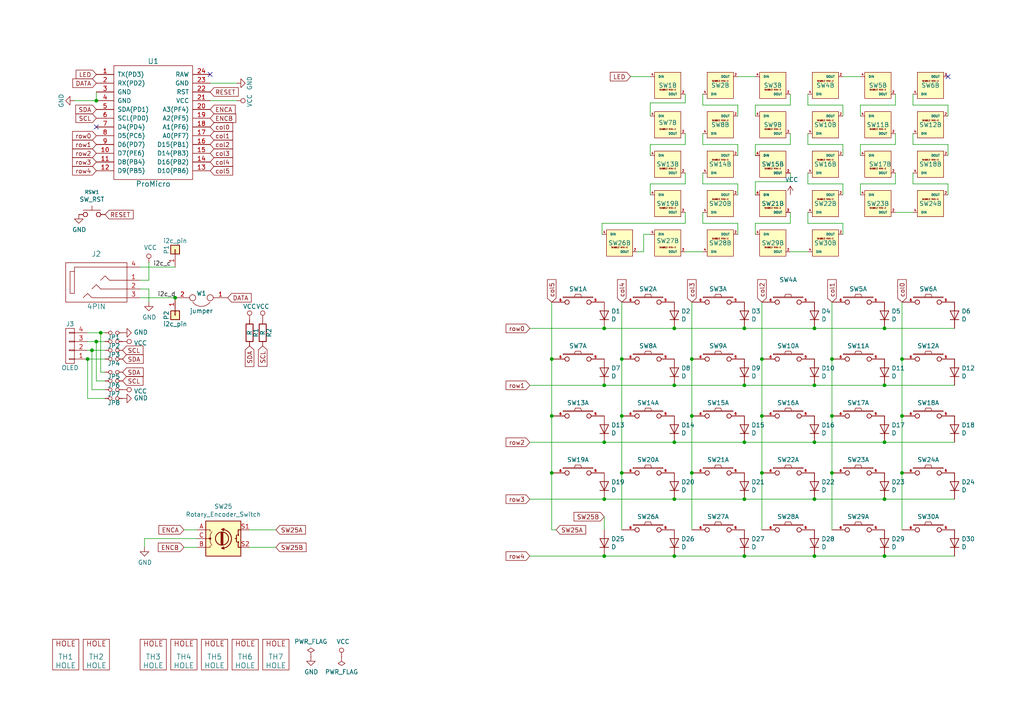
<source format=kicad_sch>
(kicad_sch (version 20211123) (generator eeschema)
  (paper "A4")
  (junction (at 241.3 104.14))
  (junction (at 261.62 137.16))
  (junction (at 175.26 95.25))
  (junction (at 256.54 144.78))
  (junction (at 215.9 144.78))
  (junction (at 220.98 120.65))
  (junction (at 256.54 95.25))
  (junction (at 175.26 111.76))
  (junction (at 160.02 120.65))
  (junction (at 215.9 95.25))
  (junction (at 29.21 96.52))
  (junction (at 241.3 137.16))
  (junction (at 220.98 137.16))
  (junction (at 256.54 128.27))
  (junction (at 261.62 120.65))
  (junction (at 25.4 104.14))
  (junction (at 195.58 128.27))
  (junction (at 160.02 104.14))
  (junction (at 215.9 128.27))
  (junction (at 195.58 144.78))
  (junction (at 195.58 95.25))
  (junction (at 180.34 120.65))
  (junction (at 50.8 86.36))
  (junction (at 256.54 161.29))
  (junction (at 220.98 104.14))
  (junction (at 236.22 128.27))
  (junction (at 175.26 161.29))
  (junction (at 256.54 111.76))
  (junction (at 261.62 104.14))
  (junction (at 200.66 137.16))
  (junction (at 200.66 120.65))
  (junction (at 195.58 161.29))
  (junction (at 195.58 111.76))
  (junction (at 27.94 99.06))
  (junction (at 236.22 161.29))
  (junction (at 236.22 111.76))
  (junction (at 236.22 144.78))
  (junction (at 180.34 104.14))
  (junction (at 241.3 120.65))
  (junction (at 215.9 161.29))
  (junction (at 180.34 137.16))
  (junction (at 27.94 29.21))
  (junction (at 215.9 111.76))
  (junction (at 160.02 137.16))
  (junction (at 175.26 144.78))
  (junction (at 200.66 104.14))
  (junction (at 26.67 101.6))
  (junction (at 175.26 128.27))
  (junction (at 236.22 95.25))
  (no_connect (at 60.96 21.59))
  (no_connect (at 27.94 36.83))
  (no_connect (at 274.955 22.225))
  (wire (pts (xy 203.835 41.91) (xy 203.835 38.735)))
  (wire (pts (xy 259.715 30.48) (xy 249.555 30.48)))
  (wire (pts (xy 175.26 128.27) (xy 153.67 128.27)))
  (wire (pts (xy 175.26 95.25) (xy 153.67 95.25)))
  (wire (pts (xy 43.18 81.28) (xy 40.64 81.28)))
  (wire (pts (xy 234.315 30.48) (xy 234.315 27.305)))
  (wire (pts (xy 27.94 99.06) (xy 27.94 110.49)))
  (wire (pts (xy 195.58 161.29) (xy 215.9 161.29)))
  (wire (pts (xy 274.955 30.48) (xy 264.795 30.48)))
  (wire (pts (xy 261.62 120.65) (xy 261.62 137.16)))
  (wire (pts (xy 186.69 67.945) (xy 188.595 67.945)))
  (wire (pts (xy 198.755 41.91) (xy 188.595 41.91)))
  (wire (pts (xy 234.315 53.34) (xy 234.315 50.165)))
  (wire (pts (xy 40.64 86.36) (xy 50.8 86.36)))
  (wire (pts (xy 26.67 101.6) (xy 26.67 113.03)))
  (wire (pts (xy 53.34 153.67) (xy 57.15 153.67)))
  (wire (pts (xy 220.98 120.65) (xy 220.98 137.16)))
  (wire (pts (xy 229.235 50.165) (xy 229.235 52.705)))
  (wire (pts (xy 249.555 53.34) (xy 249.555 56.515)))
  (wire (pts (xy 215.9 95.25) (xy 236.22 95.25)))
  (wire (pts (xy 219.075 64.77) (xy 219.075 67.945)))
  (wire (pts (xy 40.64 83.82) (xy 43.18 83.82)))
  (wire (pts (xy 241.3 87.63) (xy 241.3 104.14)))
  (wire (pts (xy 26.67 101.6) (xy 30.48 101.6)))
  (wire (pts (xy 175.26 111.76) (xy 153.67 111.76)))
  (wire (pts (xy 244.475 41.91) (xy 234.315 41.91)))
  (wire (pts (xy 244.475 33.655) (xy 244.475 30.48)))
  (wire (pts (xy 256.54 95.25) (xy 236.22 95.25)))
  (wire (pts (xy 160.02 120.65) (xy 160.02 137.16)))
  (wire (pts (xy 198.755 29.845) (xy 188.595 29.845)))
  (wire (pts (xy 220.98 87.63) (xy 220.98 104.14)))
  (wire (pts (xy 261.62 137.16) (xy 261.62 153.67)))
  (wire (pts (xy 219.075 30.48) (xy 219.075 33.655)))
  (wire (pts (xy 274.955 56.515) (xy 274.955 53.34)))
  (wire (pts (xy 256.54 128.27) (xy 276.86 128.27)))
  (wire (pts (xy 213.995 53.34) (xy 203.835 53.34)))
  (wire (pts (xy 229.235 27.305) (xy 229.235 30.48)))
  (wire (pts (xy 175.26 149.86) (xy 175.26 153.67)))
  (wire (pts (xy 213.995 33.655) (xy 213.995 30.48)))
  (wire (pts (xy 41.91 156.21) (xy 41.91 158.75)))
  (wire (pts (xy 215.9 161.29) (xy 236.22 161.29)))
  (wire (pts (xy 244.475 56.515) (xy 244.475 53.34)))
  (wire (pts (xy 203.835 53.34) (xy 203.835 50.165)))
  (wire (pts (xy 236.22 111.76) (xy 256.54 111.76)))
  (wire (pts (xy 25.4 115.57) (xy 30.48 115.57)))
  (wire (pts (xy 213.995 22.225) (xy 219.075 22.225)))
  (wire (pts (xy 175.26 161.29) (xy 195.58 161.29)))
  (wire (pts (xy 220.98 137.16) (xy 220.98 153.67)))
  (wire (pts (xy 261.62 120.65) (xy 261.62 104.14)))
  (wire (pts (xy 241.3 137.16) (xy 241.3 120.65)))
  (wire (pts (xy 259.715 38.735) (xy 259.715 41.91)))
  (wire (pts (xy 180.34 120.65) (xy 180.34 137.16)))
  (wire (pts (xy 200.66 104.14) (xy 200.66 120.65)))
  (wire (pts (xy 203.835 30.48) (xy 203.835 27.305)))
  (wire (pts (xy 198.755 27.305) (xy 198.755 29.845)))
  (wire (pts (xy 160.02 87.63) (xy 160.02 104.14)))
  (wire (pts (xy 259.715 27.305) (xy 259.715 30.48)))
  (wire (pts (xy 259.715 61.595) (xy 264.795 61.595)))
  (wire (pts (xy 259.715 41.91) (xy 249.555 41.91)))
  (wire (pts (xy 274.955 41.91) (xy 264.795 41.91)))
  (wire (pts (xy 244.475 67.945) (xy 244.475 64.77)))
  (wire (pts (xy 198.755 38.735) (xy 198.755 41.91)))
  (wire (pts (xy 261.62 104.14) (xy 261.62 87.63)))
  (wire (pts (xy 236.22 161.29) (xy 256.54 161.29)))
  (wire (pts (xy 195.58 95.25) (xy 215.9 95.25)))
  (wire (pts (xy 236.22 144.78) (xy 256.54 144.78)))
  (wire (pts (xy 229.235 30.48) (xy 219.075 30.48)))
  (wire (pts (xy 40.64 77.47) (xy 50.8 77.47)))
  (wire (pts (xy 160.02 153.67) (xy 161.29 153.67)))
  (wire (pts (xy 244.475 53.34) (xy 234.315 53.34)))
  (wire (pts (xy 30.48 104.14) (xy 25.4 104.14)))
  (wire (pts (xy 244.475 30.48) (xy 234.315 30.48)))
  (wire (pts (xy 219.075 52.705) (xy 219.075 56.515)))
  (wire (pts (xy 215.9 144.78) (xy 236.22 144.78)))
  (wire (pts (xy 26.67 113.03) (xy 30.48 113.03)))
  (wire (pts (xy 195.58 144.78) (xy 175.26 144.78)))
  (wire (pts (xy 60.96 29.21) (xy 68.58 29.21)))
  (wire (pts (xy 213.995 67.945) (xy 213.995 64.77)))
  (wire (pts (xy 198.755 61.595) (xy 198.755 64.77)))
  (wire (pts (xy 188.595 53.34) (xy 188.595 56.515)))
  (wire (pts (xy 25.4 101.6) (xy 26.67 101.6)))
  (wire (pts (xy 180.34 137.16) (xy 180.34 153.67)))
  (wire (pts (xy 27.94 29.21) (xy 21.59 29.21)))
  (wire (pts (xy 57.15 156.21) (xy 41.91 156.21)))
  (wire (pts (xy 27.94 110.49) (xy 30.48 110.49)))
  (wire (pts (xy 188.595 29.845) (xy 188.595 33.655)))
  (wire (pts (xy 153.67 161.29) (xy 175.26 161.29)))
  (wire (pts (xy 198.755 73.025) (xy 203.835 73.025)))
  (wire (pts (xy 195.58 128.27) (xy 215.9 128.27)))
  (wire (pts (xy 213.995 45.085) (xy 213.995 41.91)))
  (wire (pts (xy 229.235 61.595) (xy 229.235 64.77)))
  (wire (pts (xy 264.795 41.91) (xy 264.795 38.735)))
  (wire (pts (xy 195.58 95.25) (xy 175.26 95.25)))
  (wire (pts (xy 29.21 96.52) (xy 30.48 96.52)))
  (wire (pts (xy 43.18 76.2) (xy 43.18 81.28)))
  (wire (pts (xy 256.54 95.25) (xy 276.86 95.25)))
  (wire (pts (xy 229.235 52.705) (xy 219.075 52.705)))
  (wire (pts (xy 213.995 30.48) (xy 203.835 30.48)))
  (wire (pts (xy 160.02 137.16) (xy 160.02 153.67)))
  (wire (pts (xy 220.98 104.14) (xy 220.98 120.65)))
  (wire (pts (xy 29.21 96.52) (xy 29.21 107.95)))
  (wire (pts (xy 256.54 144.78) (xy 276.86 144.78)))
  (wire (pts (xy 241.3 137.16) (xy 241.3 153.67)))
  (wire (pts (xy 195.58 128.27) (xy 175.26 128.27)))
  (wire (pts (xy 43.18 83.82) (xy 43.18 87.63)))
  (wire (pts (xy 249.555 41.91) (xy 249.555 45.085)))
  (wire (pts (xy 259.715 50.165) (xy 259.715 53.34)))
  (wire (pts (xy 213.995 56.515) (xy 213.995 53.34)))
  (wire (pts (xy 264.795 30.48) (xy 264.795 27.305)))
  (wire (pts (xy 27.94 26.67) (xy 27.94 29.21)))
  (wire (pts (xy 256.54 161.29) (xy 276.86 161.29)))
  (wire (pts (xy 180.34 104.14) (xy 180.34 120.65)))
  (wire (pts (xy 195.58 111.76) (xy 175.26 111.76)))
  (wire (pts (xy 236.22 128.27) (xy 256.54 128.27)))
  (wire (pts (xy 249.555 30.48) (xy 249.555 33.655)))
  (wire (pts (xy 195.58 111.76) (xy 215.9 111.76)))
  (wire (pts (xy 274.955 33.655) (xy 274.955 30.48)))
  (wire (pts (xy 72.39 158.75) (xy 80.01 158.75)))
  (wire (pts (xy 200.66 137.16) (xy 200.66 153.67)))
  (wire (pts (xy 264.795 53.34) (xy 264.795 50.165)))
  (wire (pts (xy 229.235 64.77) (xy 219.075 64.77)))
  (wire (pts (xy 72.39 153.67) (xy 80.01 153.67)))
  (wire (pts (xy 53.34 158.75) (xy 57.15 158.75)))
  (wire (pts (xy 234.315 64.77) (xy 234.315 61.595)))
  (wire (pts (xy 215.9 111.76) (xy 236.22 111.76)))
  (wire (pts (xy 186.69 73.025) (xy 186.69 67.945)))
  (wire (pts (xy 213.995 41.91) (xy 203.835 41.91)))
  (wire (pts (xy 182.88 22.225) (xy 188.595 22.225)))
  (wire (pts (xy 195.58 144.78) (xy 215.9 144.78)))
  (wire (pts (xy 259.715 53.34) (xy 249.555 53.34)))
  (wire (pts (xy 234.315 41.91) (xy 234.315 38.735)))
  (wire (pts (xy 219.075 41.91) (xy 219.075 45.085)))
  (wire (pts (xy 229.235 73.025) (xy 234.315 73.025)))
  (wire (pts (xy 25.4 104.14) (xy 25.4 115.57)))
  (wire (pts (xy 244.475 22.225) (xy 249.555 22.225)))
  (wire (pts (xy 198.755 53.34) (xy 188.595 53.34)))
  (wire (pts (xy 274.955 53.34) (xy 264.795 53.34)))
  (wire (pts (xy 215.9 128.27) (xy 236.22 128.27)))
  (wire (pts (xy 274.955 45.085) (xy 274.955 41.91)))
  (wire (pts (xy 244.475 64.77) (xy 234.315 64.77)))
  (wire (pts (xy 29.21 107.95) (xy 30.48 107.95)))
  (wire (pts (xy 27.94 99.06) (xy 30.48 99.06)))
  (wire (pts (xy 203.835 64.77) (xy 203.835 61.595)))
  (wire (pts (xy 200.66 87.63) (xy 200.66 104.14)))
  (wire (pts (xy 198.755 50.165) (xy 198.755 53.34)))
  (wire (pts (xy 213.995 64.77) (xy 203.835 64.77)))
  (wire (pts (xy 160.02 104.14) (xy 160.02 120.65)))
  (wire (pts (xy 180.34 87.63) (xy 180.34 104.14)))
  (wire (pts (xy 256.54 111.76) (xy 276.86 111.76)))
  (wire (pts (xy 60.96 24.13) (xy 68.58 24.13)))
  (wire (pts (xy 175.26 144.78) (xy 153.67 144.78)))
  (wire (pts (xy 241.3 104.14) (xy 241.3 120.65)))
  (wire (pts (xy 25.4 99.06) (xy 27.94 99.06)))
  (wire (pts (xy 198.755 64.77) (xy 174.625 64.77)))
  (wire (pts (xy 229.235 41.91) (xy 219.075 41.91)))
  (wire (pts (xy 244.475 45.085) (xy 244.475 41.91)))
  (wire (pts (xy 229.235 38.735) (xy 229.235 41.91)))
  (wire (pts (xy 184.785 73.025) (xy 186.69 73.025)))
  (wire (pts (xy 188.595 41.91) (xy 188.595 45.085)))
  (wire (pts (xy 25.4 96.52) (xy 29.21 96.52)))
  (wire (pts (xy 174.625 64.77) (xy 174.625 67.945)))
  (wire (pts (xy 200.66 120.65) (xy 200.66 137.16)))
  (label "i2c_d" (at 45.72 86.36 0))
  (label "i2c_c" (at 44.45 77.47 0))
  (global_label "SW25A" (shape input) (at 80.01 153.67 0) (property "Intersheet References" "${INTERSHEET_REFS}" (effects hide)))
  (global_label "ENCB" (shape input) (at 53.34 158.75 180) (property "Intersheet References" "${INTERSHEET_REFS}" (effects hide)))
  (global_label "col2" (shape input) (at 220.98 87.63 90) (property "Intersheet References" "${INTERSHEET_REFS}" (effects hide)))
  (global_label "col0" (shape input) (at 261.62 87.63 90) (property "Intersheet References" "${INTERSHEET_REFS}" (effects hide)))
  (global_label "row0" (shape input) (at 153.67 95.25 180) (property "Intersheet References" "${INTERSHEET_REFS}" (effects hide)))
  (global_label "SCL" (shape input) (at 35.56 101.6 0) (property "Intersheet References" "${INTERSHEET_REFS}" (effects hide)))
  (global_label "col1" (shape input) (at 241.3 87.63 90) (property "Intersheet References" "${INTERSHEET_REFS}" (effects hide)))
  (global_label "ENCA" (shape input) (at 60.96 31.75 0) (property "Intersheet References" "${INTERSHEET_REFS}" (effects hide)))
  (global_label "RESET" (shape input) (at 30.48 62.23 0) (property "Intersheet References" "${INTERSHEET_REFS}" (effects hide)))
  (global_label "col3" (shape input) (at 200.66 87.63 90) (property "Intersheet References" "${INTERSHEET_REFS}" (effects hide)))
  (global_label "RESET" (shape input) (at 60.96 26.67 0) (property "Intersheet References" "${INTERSHEET_REFS}" (effects hide)))
  (global_label "col2" (shape input) (at 60.96 41.91 0) (property "Intersheet References" "${INTERSHEET_REFS}" (effects hide)))
  (global_label "SW25A" (shape input) (at 161.29 153.67 0) (property "Intersheet References" "${INTERSHEET_REFS}" (effects hide)))
  (global_label "row4" (shape input) (at 27.94 49.53 180) (property "Intersheet References" "${INTERSHEET_REFS}" (effects hide)))
  (global_label "SCL" (shape input) (at 27.94 34.29 180) (property "Intersheet References" "${INTERSHEET_REFS}" (effects hide)))
  (global_label "ENCA" (shape input) (at 53.34 153.67 180) (property "Intersheet References" "${INTERSHEET_REFS}" (effects hide)))
  (global_label "SDA" (shape input) (at 27.94 31.75 180) (property "Intersheet References" "${INTERSHEET_REFS}" (effects hide)))
  (global_label "DATA" (shape input) (at 66.04 86.36 0) (property "Intersheet References" "${INTERSHEET_REFS}" (effects hide)))
  (global_label "row3" (shape input) (at 27.94 46.99 180) (property "Intersheet References" "${INTERSHEET_REFS}" (effects hide)))
  (global_label "col5" (shape input) (at 60.96 49.53 0) (property "Intersheet References" "${INTERSHEET_REFS}" (effects hide)))
  (global_label "col4" (shape input) (at 60.96 46.99 0) (property "Intersheet References" "${INTERSHEET_REFS}" (effects hide)))
  (global_label "LED" (shape input) (at 27.94 21.59 180) (property "Intersheet References" "${INTERSHEET_REFS}" (effects hide)))
  (global_label "ENCB" (shape input) (at 60.96 34.29 0) (property "Intersheet References" "${INTERSHEET_REFS}" (effects hide)))
  (global_label "row1" (shape input) (at 153.67 111.76 180) (property "Intersheet References" "${INTERSHEET_REFS}" (effects hide)))
  (global_label "col0" (shape input) (at 60.96 36.83 0) (property "Intersheet References" "${INTERSHEET_REFS}" (effects hide)))
  (global_label "row1" (shape input) (at 27.94 41.91 180) (property "Intersheet References" "${INTERSHEET_REFS}" (effects hide)))
  (global_label "LED" (shape input) (at 182.88 22.225 180) (property "Intersheet References" "${INTERSHEET_REFS}" (effects hide)))
  (global_label "col4" (shape input) (at 180.34 87.63 90) (property "Intersheet References" "${INTERSHEET_REFS}" (effects hide)))
  (global_label "row2" (shape input) (at 27.94 44.45 180) (property "Intersheet References" "${INTERSHEET_REFS}" (effects hide)))
  (global_label "col1" (shape input) (at 60.96 39.37 0) (property "Intersheet References" "${INTERSHEET_REFS}" (effects hide)))
  (global_label "row4" (shape input) (at 153.67 161.29 180) (property "Intersheet References" "${INTERSHEET_REFS}" (effects hide)))
  (global_label "SCL" (shape input) (at 76.2 100.33 270) (property "Intersheet References" "${INTERSHEET_REFS}" (effects hide)))
  (global_label "row0" (shape input) (at 27.94 39.37 180) (property "Intersheet References" "${INTERSHEET_REFS}" (effects hide)))
  (global_label "SDA" (shape input) (at 35.56 107.95 0) (property "Intersheet References" "${INTERSHEET_REFS}" (effects hide)))
  (global_label "row2" (shape input) (at 153.67 128.27 180) (property "Intersheet References" "${INTERSHEET_REFS}" (effects hide)))
  (global_label "SW25B" (shape input) (at 80.01 158.75 0) (property "Intersheet References" "${INTERSHEET_REFS}" (effects hide)))
  (global_label "SDA" (shape input) (at 72.39 100.33 270) (property "Intersheet References" "${INTERSHEET_REFS}" (effects hide)))
  (global_label "row3" (shape input) (at 153.67 144.78 180) (property "Intersheet References" "${INTERSHEET_REFS}" (effects hide)))
  (global_label "SW25B" (shape input) (at 175.26 149.86 180) (property "Intersheet References" "${INTERSHEET_REFS}" (effects hide)))
  (global_label "SCL" (shape input) (at 35.56 110.49 0) (property "Intersheet References" "${INTERSHEET_REFS}" (effects hide)))
  (global_label "col5" (shape input) (at 160.02 87.63 90) (property "Intersheet References" "${INTERSHEET_REFS}" (effects hide)))
  (global_label "SDA" (shape input) (at 35.56 104.14 0) (property "Intersheet References" "${INTERSHEET_REFS}" (effects hide)))
  (global_label "col3" (shape input) (at 60.96 44.45 0) (property "Intersheet References" "${INTERSHEET_REFS}" (effects hide)))
  (global_label "DATA" (shape input) (at 27.94 24.13 180) (property "Intersheet References" "${INTERSHEET_REFS}" (effects hide)))
  (symbol (lib_id "SofleKeyboard-rescue:ProMicro_2-Lily58-cache-Lily58_Pro-rescue") (at 44.45 35.56 0) (unit 1)
    (property "Reference" "U1" (at 44.45 17.78 0) (effects (font (size 1.524 1.524))))
    (property "Value" "ProMicro" (at 44.45 53.34 0) (effects (font (size 1.524 1.524))))
    (property "Footprint" "SofleKeyboard-footprint:ProMicro" (effects hide))
  )
  (symbol (lib_id "SofleKeyboard:SW_PUSH_LED") (at 187.96 153.67 0) (unit 1)
    (property "Reference" "SW26" (at 187.96 149.86 0))
    (property "Value" "SW_PUSH_LED" (effects hide))
    (property "Footprint" "SofleChoc:Choc_Hotswap_SK6812MiniE" (effects hide))
  )
  (symbol (lib_id "SofleKeyboard:SW_PUSH_LED") (at 167.64 87.63 0) (unit 1)
    (property "Reference" "SW1" (at 167.64 83.82 0))
    (property "Value" "SW_PUSH_LED" (effects hide))
    (property "Footprint" "SofleChoc:Choc_Hotswap_SK6812MiniE" (effects hide))
  )
  (symbol (lib_id "SofleKeyboard-rescue:D-Lily58-cache-Lily58_Pro-rescue") (at 175.26 91.44 90) (unit 1)
    (property "Reference" "D1" (at 177.2666 90.2716 90) (effects (justify right)))
    (property "Value" "D" (at 177.2666 92.583 90) (effects (justify right)))
    (property "Footprint" "Diode_SMD:crkbd-diode" (effects hide))
  )
  (symbol (lib_id "SofleKeyboard:SW_PUSH_LED") (at 187.96 87.63 0) (unit 1)
    (property "Reference" "SW2" (at 187.96 83.82 0))
    (property "Value" "SW_PUSH_LED" (effects hide))
    (property "Footprint" "SofleChoc:Choc_Hotswap_SK6812MiniE" (effects hide))
  )
  (symbol (lib_id "SofleKeyboard-rescue:D-Lily58-cache-Lily58_Pro-rescue") (at 195.58 91.44 90) (unit 1)
    (property "Reference" "D2" (at 197.5866 90.2716 90) (effects (justify right)))
    (property "Value" "D" (at 197.5866 92.583 90) (effects (justify right)))
    (property "Footprint" "Diode_SMD:crkbd-diode" (effects hide))
  )
  (symbol (lib_id "SofleKeyboard:SW_PUSH_LED") (at 208.28 87.63 0) (unit 1)
    (property "Reference" "SW3" (at 208.28 83.82 0))
    (property "Value" "SW_PUSH_LED" (effects hide))
    (property "Footprint" "SofleChoc:Choc_Hotswap_SK6812MiniE" (effects hide))
  )
  (symbol (lib_id "SofleKeyboard-rescue:D-Lily58-cache-Lily58_Pro-rescue") (at 215.9 91.44 90) (unit 1)
    (property "Reference" "D3" (at 217.9066 90.2716 90) (effects (justify right)))
    (property "Value" "D" (at 217.9066 92.583 90) (effects (justify right)))
    (property "Footprint" "Diode_SMD:crkbd-diode" (effects hide))
  )
  (symbol (lib_id "SofleKeyboard:SW_PUSH_LED") (at 228.6 87.63 0) (unit 1)
    (property "Reference" "SW4" (at 228.6 81.153 0))
    (property "Value" "SW_PUSH_LED" (effects hide))
    (property "Footprint" "SofleChoc:Choc_Hotswap_SK6812MiniE" (effects hide))
  )
  (symbol (lib_id "SofleKeyboard-rescue:D-Lily58-cache-Lily58_Pro-rescue") (at 236.22 91.44 90) (unit 1)
    (property "Reference" "D4" (at 238.2266 90.2716 90) (effects (justify right)))
    (property "Value" "D" (at 238.2266 92.583 90) (effects (justify right)))
    (property "Footprint" "Diode_SMD:crkbd-diode" (effects hide))
  )
  (symbol (lib_id "SofleKeyboard:SW_PUSH_LED") (at 248.92 87.63 0) (unit 1)
    (property "Reference" "SW5" (at 248.92 83.82 0))
    (property "Value" "SW_PUSH_LED" (effects hide))
    (property "Footprint" "SofleChoc:Choc_Hotswap_SK6812MiniE" (effects hide))
  )
  (symbol (lib_id "SofleKeyboard-rescue:D-Lily58-cache-Lily58_Pro-rescue") (at 256.54 91.44 90) (unit 1)
    (property "Reference" "D5" (at 258.5466 90.2716 90) (effects (justify right)))
    (property "Value" "D" (at 258.5466 92.583 90) (effects (justify right)))
    (property "Footprint" "Diode_SMD:crkbd-diode" (effects hide))
  )
  (symbol (lib_id "SofleKeyboard:SW_PUSH_LED") (at 269.24 87.63 0) (unit 1)
    (property "Reference" "SW6" (at 269.24 83.82 0))
    (property "Value" "SW_PUSH_LED" (effects hide))
    (property "Footprint" "SofleChoc:Choc_Hotswap_SK6812MiniE" (effects hide))
  )
  (symbol (lib_id "SofleKeyboard-rescue:D-Lily58-cache-Lily58_Pro-rescue") (at 276.86 91.44 90) (unit 1)
    (property "Reference" "D6" (at 278.8666 90.2716 90) (effects (justify right)))
    (property "Value" "D" (at 278.8666 92.583 90) (effects (justify right)))
    (property "Footprint" "Diode_SMD:crkbd-diode" (effects hide))
  )
  (symbol (lib_id "SofleKeyboard:SW_PUSH_LED") (at 187.96 104.14 0) (unit 1)
    (property "Reference" "SW8" (at 187.96 100.33 0))
    (property "Value" "SW_PUSH_LED" (effects hide))
    (property "Footprint" "SofleChoc:Choc_Hotswap_SK6812MiniE" (effects hide))
  )
  (symbol (lib_id "SofleKeyboard:SW_PUSH_LED") (at 208.28 104.14 0) (unit 1)
    (property "Reference" "SW9" (at 208.28 100.33 0))
    (property "Value" "SW_PUSH_LED" (effects hide))
    (property "Footprint" "SofleChoc:Choc_Hotswap_SK6812MiniE" (effects hide))
  )
  (symbol (lib_id "SofleKeyboard:SW_PUSH_LED") (at 228.6 104.14 0) (unit 1)
    (property "Reference" "SW10" (at 228.6 100.33 0))
    (property "Value" "SW_PUSH_LED" (effects hide))
    (property "Footprint" "SofleChoc:Choc_Hotswap_SK6812MiniE" (effects hide))
  )
  (symbol (lib_id "SofleKeyboard:SW_PUSH_LED") (at 248.92 104.14 0) (unit 1)
    (property "Reference" "SW11" (at 248.92 100.33 0))
    (property "Value" "SW_PUSH_LED" (effects hide))
    (property "Footprint" "SofleChoc:Choc_Hotswap_SK6812MiniE" (effects hide))
  )
  (symbol (lib_id "SofleKeyboard:SW_PUSH_LED") (at 269.24 104.14 0) (unit 1)
    (property "Reference" "SW12" (at 269.24 100.33 0))
    (property "Value" "SW_PUSH_LED" (effects hide))
    (property "Footprint" "SofleChoc:Choc_Hotswap_SK6812MiniE" (effects hide))
  )
  (symbol (lib_id "SofleKeyboard:SW_PUSH_LED") (at 167.64 104.14 0) (unit 1)
    (property "Reference" "SW7" (at 167.64 100.33 0))
    (property "Value" "SW_PUSH_LED" (effects hide))
    (property "Footprint" "SofleChoc:Choc_Hotswap_SK6812MiniE" (effects hide))
  )
  (symbol (lib_id "SofleKeyboard-rescue:D-Lily58-cache-Lily58_Pro-rescue") (at 175.26 107.95 90) (unit 1)
    (property "Reference" "D7" (at 177.2666 106.7816 90) (effects (justify right)))
    (property "Value" "D" (at 177.2666 109.093 90) (effects (justify right)))
    (property "Footprint" "Diode_SMD:crkbd-diode" (effects hide))
  )
  (symbol (lib_id "SofleKeyboard-rescue:D-Lily58-cache-Lily58_Pro-rescue") (at 195.58 107.95 90) (unit 1)
    (property "Reference" "D8" (at 197.5866 106.7816 90) (effects (justify right)))
    (property "Value" "D" (at 197.5866 109.093 90) (effects (justify right)))
    (property "Footprint" "Diode_SMD:crkbd-diode" (effects hide))
  )
  (symbol (lib_id "SofleKeyboard-rescue:D-Lily58-cache-Lily58_Pro-rescue") (at 215.9 107.95 90) (unit 1)
    (property "Reference" "D9" (at 217.9066 106.7816 90) (effects (justify right)))
    (property "Value" "D" (at 217.9066 109.093 90) (effects (justify right)))
    (property "Footprint" "Diode_SMD:crkbd-diode" (effects hide))
  )
  (symbol (lib_id "SofleKeyboard-rescue:D-Lily58-cache-Lily58_Pro-rescue") (at 236.22 107.95 90) (unit 1)
    (property "Reference" "D10" (at 238.2266 106.7816 90) (effects (justify right)))
    (property "Value" "D" (at 238.2266 109.093 90) (effects (justify right)))
    (property "Footprint" "Diode_SMD:crkbd-diode" (effects hide))
  )
  (symbol (lib_id "SofleKeyboard-rescue:D-Lily58-cache-Lily58_Pro-rescue") (at 256.54 107.95 90) (unit 1)
    (property "Reference" "D11" (at 258.5466 106.7816 90) (effects (justify right)))
    (property "Value" "D" (at 258.5466 109.093 90) (effects (justify right)))
    (property "Footprint" "Diode_SMD:crkbd-diode" (effects hide))
  )
  (symbol (lib_id "SofleKeyboard-rescue:D-Lily58-cache-Lily58_Pro-rescue") (at 276.86 107.95 90) (unit 1)
    (property "Reference" "D12" (at 278.8666 106.7816 90) (effects (justify right)))
    (property "Value" "D" (at 278.8666 109.093 90) (effects (justify right)))
    (property "Footprint" "Diode_SMD:crkbd-diode" (effects hide))
  )
  (symbol (lib_id "SofleKeyboard:SW_PUSH_LED") (at 167.64 120.65 0) (unit 1)
    (property "Reference" "SW13" (at 167.64 116.84 0))
    (property "Value" "SW_PUSH_LED" (effects hide))
    (property "Footprint" "SofleChoc:Choc_Hotswap_SK6812MiniE" (effects hide))
  )
  (symbol (lib_id "SofleKeyboard:SW_PUSH_LED") (at 187.96 120.65 0) (unit 1)
    (property "Reference" "SW14" (at 187.96 116.84 0))
    (property "Value" "SW_PUSH_LED" (effects hide))
    (property "Footprint" "SofleChoc:Choc_Hotswap_SK6812MiniE" (effects hide))
  )
  (symbol (lib_id "SofleKeyboard:SW_PUSH_LED") (at 208.28 120.65 0) (unit 1)
    (property "Reference" "SW15" (at 208.28 116.84 0))
    (property "Value" "SW_PUSH_LED" (effects hide))
    (property "Footprint" "SofleChoc:Choc_Hotswap_SK6812MiniE" (effects hide))
  )
  (symbol (lib_id "SofleKeyboard:SW_PUSH_LED") (at 228.6 120.65 0) (unit 1)
    (property "Reference" "SW16" (at 228.6 116.84 0))
    (property "Value" "SW_PUSH_LED" (effects hide))
    (property "Footprint" "SofleChoc:Choc_Hotswap_SK6812MiniE" (effects hide))
  )
  (symbol (lib_id "SofleKeyboard:SW_PUSH_LED") (at 248.92 120.65 0) (unit 1)
    (property "Reference" "SW17" (at 248.92 116.84 0))
    (property "Value" "SW_PUSH_LED" (effects hide))
    (property "Footprint" "SofleChoc:Choc_Hotswap_SK6812MiniE" (effects hide))
  )
  (symbol (lib_id "SofleKeyboard:SW_PUSH_LED") (at 269.24 120.65 0) (unit 1)
    (property "Reference" "SW18" (at 269.24 116.84 0))
    (property "Value" "SW_PUSH_LED" (effects hide))
    (property "Footprint" "SofleChoc:Choc_Hotswap_SK6812MiniE" (effects hide))
  )
  (symbol (lib_id "SofleKeyboard-rescue:D-Lily58-cache-Lily58_Pro-rescue") (at 175.26 124.46 90) (unit 1)
    (property "Reference" "D13" (at 177.2666 123.2916 90) (effects (justify right)))
    (property "Value" "D" (at 177.2666 125.603 90) (effects (justify right)))
    (property "Footprint" "Diode_SMD:crkbd-diode" (effects hide))
  )
  (symbol (lib_id "SofleKeyboard-rescue:D-Lily58-cache-Lily58_Pro-rescue") (at 195.58 124.46 90) (unit 1)
    (property "Reference" "D14" (at 197.5866 123.2916 90) (effects (justify right)))
    (property "Value" "D" (at 197.5866 125.603 90) (effects (justify right)))
    (property "Footprint" "Diode_SMD:crkbd-diode" (effects hide))
  )
  (symbol (lib_id "SofleKeyboard-rescue:D-Lily58-cache-Lily58_Pro-rescue") (at 215.9 124.46 90) (unit 1)
    (property "Reference" "D15" (at 217.9066 123.2916 90) (effects (justify right)))
    (property "Value" "D" (at 217.9066 125.603 90) (effects (justify right)))
    (property "Footprint" "Diode_SMD:crkbd-diode" (effects hide))
  )
  (symbol (lib_id "SofleKeyboard-rescue:D-Lily58-cache-Lily58_Pro-rescue") (at 236.22 124.46 90) (unit 1)
    (property "Reference" "D16" (at 238.2266 123.2916 90) (effects (justify right)))
    (property "Value" "D" (at 238.2266 125.603 90) (effects (justify right)))
    (property "Footprint" "Diode_SMD:crkbd-diode" (effects hide))
  )
  (symbol (lib_id "SofleKeyboard-rescue:D-Lily58-cache-Lily58_Pro-rescue") (at 256.54 124.46 90) (unit 1)
    (property "Reference" "D17" (at 258.5466 123.2916 90) (effects (justify right)))
    (property "Value" "D" (at 258.5466 125.603 90) (effects (justify right)))
    (property "Footprint" "Diode_SMD:crkbd-diode" (effects hide))
  )
  (symbol (lib_id "SofleKeyboard-rescue:D-Lily58-cache-Lily58_Pro-rescue") (at 276.86 124.46 90) (unit 1)
    (property "Reference" "D18" (at 278.8666 123.2916 90) (effects (justify right)))
    (property "Value" "D" (at 278.8666 125.603 90) (effects (justify right)))
    (property "Footprint" "Diode_SMD:crkbd-diode" (effects hide))
  )
  (symbol (lib_id "SofleKeyboard:SW_PUSH_LED") (at 208.28 137.16 0) (unit 1)
    (property "Reference" "SW21" (at 208.28 133.35 0))
    (property "Value" "SW_PUSH_LED" (effects hide))
    (property "Footprint" "SofleChoc:Choc_Hotswap_SK6812MiniE" (effects hide))
  )
  (symbol (lib_id "SofleKeyboard:SW_PUSH_LED") (at 228.6 137.16 0) (unit 1)
    (property "Reference" "SW22" (at 228.6 133.35 0))
    (property "Value" "SW_PUSH_LED" (effects hide))
    (property "Footprint" "SofleChoc:Choc_Hotswap_SK6812MiniE" (effects hide))
  )
  (symbol (lib_id "SofleKeyboard:SW_PUSH_LED") (at 248.92 137.16 0) (unit 1)
    (property "Reference" "SW23" (at 248.92 133.35 0))
    (property "Value" "SW_PUSH_LED" (effects hide))
    (property "Footprint" "SofleChoc:Choc_Hotswap_SK6812MiniE" (effects hide))
  )
  (symbol (lib_id "SofleKeyboard:SW_PUSH_LED") (at 269.24 137.16 0) (unit 1)
    (property "Reference" "SW24" (at 269.24 133.35 0))
    (property "Value" "SW_PUSH_LED" (effects hide))
    (property "Footprint" "SofleChoc:Choc_Hotswap_SK6812MiniE" (effects hide))
  )
  (symbol (lib_id "SofleKeyboard:SW_PUSH_LED") (at 187.96 137.16 0) (unit 1)
    (property "Reference" "SW20" (at 187.96 133.35 0))
    (property "Value" "SW_PUSH_LED" (effects hide))
    (property "Footprint" "SofleChoc:Choc_Hotswap_SK6812MiniE" (effects hide))
  )
  (symbol (lib_id "SofleKeyboard:SW_PUSH_LED") (at 167.64 137.16 0) (unit 1)
    (property "Reference" "SW19" (at 167.64 133.35 0))
    (property "Value" "SW_PUSH_LED" (effects hide))
    (property "Footprint" "SofleChoc:Choc_Hotswap_SK6812MiniE" (effects hide))
  )
  (symbol (lib_id "SofleKeyboard-rescue:D-Lily58-cache-Lily58_Pro-rescue") (at 175.26 140.97 90) (unit 1)
    (property "Reference" "D19" (at 177.2666 139.8016 90) (effects (justify right)))
    (property "Value" "D" (at 177.2666 142.113 90) (effects (justify right)))
    (property "Footprint" "Diode_SMD:crkbd-diode" (effects hide))
  )
  (symbol (lib_id "SofleKeyboard-rescue:D-Lily58-cache-Lily58_Pro-rescue") (at 195.58 140.97 90) (unit 1)
    (property "Reference" "D20" (at 197.5866 139.8016 90) (effects (justify right)))
    (property "Value" "D" (at 197.5866 142.113 90) (effects (justify right)))
    (property "Footprint" "Diode_SMD:crkbd-diode" (effects hide))
  )
  (symbol (lib_id "SofleKeyboard-rescue:D-Lily58-cache-Lily58_Pro-rescue") (at 215.9 140.97 90) (unit 1)
    (property "Reference" "D21" (at 217.9066 139.8016 90) (effects (justify right)))
    (property "Value" "D" (at 217.9066 142.113 90) (effects (justify right)))
    (property "Footprint" "Diode_SMD:crkbd-diode" (effects hide))
  )
  (symbol (lib_id "SofleKeyboard-rescue:D-Lily58-cache-Lily58_Pro-rescue") (at 236.22 140.97 90) (unit 1)
    (property "Reference" "D22" (at 238.2266 139.8016 90) (effects (justify right)))
    (property "Value" "D" (at 238.2266 142.113 90) (effects (justify right)))
    (property "Footprint" "Diode_SMD:crkbd-diode" (effects hide))
  )
  (symbol (lib_id "SofleKeyboard-rescue:D-Lily58-cache-Lily58_Pro-rescue") (at 256.54 140.97 90) (unit 1)
    (property "Reference" "D23" (at 258.5466 139.8016 90) (effects (justify right)))
    (property "Value" "D" (at 258.5466 142.113 90) (effects (justify right)))
    (property "Footprint" "Diode_SMD:crkbd-diode" (effects hide))
  )
  (symbol (lib_id "SofleKeyboard-rescue:D-Lily58-cache-Lily58_Pro-rescue") (at 276.86 140.97 90) (unit 1)
    (property "Reference" "D24" (at 278.8666 139.8016 90) (effects (justify right)))
    (property "Value" "D" (at 278.8666 142.113 90) (effects (justify right)))
    (property "Footprint" "Diode_SMD:crkbd-diode" (effects hide))
  )
  (symbol (lib_id "SofleKeyboard:SW_PUSH_LED") (at 208.28 153.67 0) (unit 1)
    (property "Reference" "SW27" (at 208.28 149.86 0))
    (property "Value" "SW_PUSH_LED" (effects hide))
    (property "Footprint" "SofleChoc:Choc_Hotswap_SK6812MiniE" (effects hide))
  )
  (symbol (lib_id "SofleKeyboard:SW_PUSH_LED") (at 228.6 153.67 0) (unit 1)
    (property "Reference" "SW28" (at 228.6 149.86 0))
    (property "Value" "SW_PUSH_LED" (effects hide))
    (property "Footprint" "SofleChoc:Choc_Hotswap_SK6812MiniE" (effects hide))
  )
  (symbol (lib_id "SofleKeyboard:SW_PUSH_LED") (at 248.92 153.67 0) (unit 1)
    (property "Reference" "SW29" (at 248.92 149.86 0))
    (property "Value" "SW_PUSH_LED" (effects hide))
    (property "Footprint" "SofleChoc:Choc_Hotswap_SK6812MiniE" (effects hide))
  )
  (symbol (lib_id "SofleKeyboard-rescue:D-Lily58-cache-Lily58_Pro-rescue") (at 175.26 157.48 90) (unit 1)
    (property "Reference" "D25" (at 177.2666 156.3116 90) (effects (justify right)))
    (property "Value" "D" (at 177.2666 158.623 90) (effects (justify right)))
    (property "Footprint" "Diode_SMD:crkbd-diode" (effects hide))
  )
  (symbol (lib_id "SofleKeyboard-rescue:D-Lily58-cache-Lily58_Pro-rescue") (at 195.58 157.48 90) (unit 1)
    (property "Reference" "D26" (at 197.5866 156.3116 90) (effects (justify right)))
    (property "Value" "D" (at 197.5866 158.623 90) (effects (justify right)))
    (property "Footprint" "Diode_SMD:crkbd-diode" (effects hide))
  )
  (symbol (lib_id "SofleKeyboard-rescue:D-Lily58-cache-Lily58_Pro-rescue") (at 215.9 157.48 90) (unit 1)
    (property "Reference" "D27" (at 217.9066 156.3116 90) (effects (justify right)))
    (property "Value" "D" (at 217.9066 158.623 90) (effects (justify right)))
    (property "Footprint" "Diode_SMD:crkbd-diode" (effects hide))
  )
  (symbol (lib_id "SofleKeyboard-rescue:D-Lily58-cache-Lily58_Pro-rescue") (at 236.22 157.48 90) (unit 1)
    (property "Reference" "D28" (at 238.2266 156.3116 90) (effects (justify right)))
    (property "Value" "D" (at 238.2266 158.623 90) (effects (justify right)))
    (property "Footprint" "Diode_SMD:crkbd-diode" (effects hide))
  )
  (symbol (lib_id "SofleKeyboard-rescue:D-Lily58-cache-Lily58_Pro-rescue") (at 256.54 157.48 90) (unit 1)
    (property "Reference" "D29" (at 258.5466 156.3116 90) (effects (justify right)))
    (property "Value" "D" (at 258.5466 158.623 90) (effects (justify right)))
    (property "Footprint" "Diode_SMD:crkbd-diode" (effects hide))
  )
  (symbol (lib_id "SofleKeyboard-rescue:VCC-Lily58-cache-Lily58_Pro-rescue") (at 68.58 29.21 270) (unit 1)
    (property "Reference" "#PWR04" (effects hide))
    (property "Value" "VCC" (at 72.39 29.21 0))
  )
  (symbol (lib_id "SofleKeyboard-rescue:VCC-Lily58-cache-Lily58_Pro-rescue") (at 72.39 92.71 0) (unit 1)
    (property "Reference" "#PWR05" (effects hide))
    (property "Value" "VCC" (at 72.39 88.9 0))
  )
  (symbol (lib_id "SofleKeyboard-rescue:VCC-Lily58-cache-Lily58_Pro-rescue") (at 76.2 92.71 0) (unit 1)
    (property "Reference" "#PWR06" (effects hide))
    (property "Value" "VCC" (at 76.2 88.9 0))
  )
  (symbol (lib_id "SofleKeyboard-rescue:R-Lily58-cache-Lily58_Pro-rescue") (at 72.39 96.52 0) (unit 1)
    (property "Reference" "R1" (at 74.93 96.52 90) (effects (justify bottom)))
    (property "Value" "R" (at 72.39 96.52 90))
    (property "Footprint" "SofleKeyboard-footprint:RESISTOR_mini" (effects hide))
  )
  (symbol (lib_id "SofleKeyboard-rescue:R-Lily58-cache-Lily58_Pro-rescue") (at 76.2 96.52 0) (unit 1)
    (property "Reference" "R2" (at 78.74 96.52 90) (effects (justify bottom)))
    (property "Value" "R" (at 76.2 96.52 90))
    (property "Footprint" "SofleKeyboard-footprint:RESISTOR_mini" (effects hide))
  )
  (symbol (lib_id "SofleKeyboard-rescue:MJ-4PP-9-Lily58-cache-Lily58_Pro-rescue") (at 29.21 81.28 0) (unit 1)
    (property "Reference" "J2" (at 27.94 73.66 0) (effects (font (size 1.524 1.524))))
    (property "Value" "4PIN" (at 27.94 88.9 0) (effects (font (size 1.524 1.524))))
    (property "Footprint" "SofleKeyboard-footprint:MJ-4PP-9" (effects hide))
  )
  (symbol (lib_id "SofleKeyboard-rescue:GND-Lily58-cache-Lily58_Pro-rescue") (at 22.86 62.23 0) (unit 1)
    (property "Reference" "#PWR010" (effects hide))
    (property "Value" "GND" (at 22.987 66.6242 0))
  )
  (symbol (lib_id "SofleKeyboard-rescue:PWR_FLAG-Lily58-cache-Lily58_Pro-rescue") (at 90.17 190.5 0) (unit 1)
    (property "Reference" "#FLG01" (effects hide))
    (property "Value" "PWR_FLAG" (at 90.17 186.0804 0))
  )
  (symbol (lib_id "SofleKeyboard-rescue:GND-Lily58-cache-Lily58_Pro-rescue") (at 90.17 190.5 0) (unit 1)
    (property "Reference" "#PWR012" (effects hide))
    (property "Value" "GND" (at 90.297 194.8942 0))
  )
  (symbol (lib_id "SofleKeyboard-rescue:VCC-Lily58-cache-Lily58_Pro-rescue") (at 99.06 190.5 0) (unit 1)
    (property "Reference" "#PWR013" (effects hide))
    (property "Value" "VCC" (at 99.4918 186.1058 0))
  )
  (symbol (lib_id "SofleKeyboard-rescue:PWR_FLAG-Lily58-cache-Lily58_Pro-rescue") (at 99.06 190.5 180) (unit 1)
    (property "Reference" "#FLG02" (effects hide))
    (property "Value" "PWR_FLAG" (at 99.06 194.8942 0))
  )
  (symbol (lib_id "SofleKeyboard-rescue:HOLE-Lily58-cache-Lily58_Pro-rescue") (at 19.05 190.5 0) (unit 1)
    (property "Reference" "TH1" (at 19.05 190.5 0) (effects (font (size 1.524 1.524))))
    (property "Value" "HOLE" (at 19.05 193.04 0) (effects (font (size 1.524 1.524))))
    (property "Footprint" "SofleKeyboard-footprint:M2_HOLE_PCB" (effects hide))
  )
  (symbol (lib_id "SofleKeyboard-rescue:HOLE-Lily58-cache-Lily58_Pro-rescue") (at 27.94 190.5 0) (unit 1)
    (property "Reference" "TH2" (at 27.94 190.5 0) (effects (font (size 1.524 1.524))))
    (property "Value" "HOLE" (at 27.94 193.04 0) (effects (font (size 1.524 1.524))))
    (property "Footprint" "SofleKeyboard-footprint:M2_HOLE_PCB" (effects hide))
  )
  (symbol (lib_id "SofleKeyboard-rescue:HOLE-Lily58-cache-Lily58_Pro-rescue") (at 53.34 190.5 0) (unit 1)
    (property "Reference" "TH4" (at 53.34 190.5 0) (effects (font (size 1.524 1.524))))
    (property "Value" "HOLE" (at 53.34 193.04 0) (effects (font (size 1.524 1.524))))
    (property "Footprint" "SofleKeyboard-footprint:HOLE_M2_TH" (effects hide))
  )
  (symbol (lib_id "SofleKeyboard-rescue:HOLE-Lily58-cache-Lily58_Pro-rescue") (at 62.23 190.5 0) (unit 1)
    (property "Reference" "TH5" (at 62.23 190.5 0) (effects (font (size 1.524 1.524))))
    (property "Value" "HOLE" (at 62.23 193.04 0) (effects (font (size 1.524 1.524))))
    (property "Footprint" "SofleKeyboard-footprint:HOLE_M2_TH" (effects hide))
  )
  (symbol (lib_id "SofleKeyboard-rescue:HOLE-Lily58-cache-Lily58_Pro-rescue") (at 71.12 190.5 0) (unit 1)
    (property "Reference" "TH6" (at 71.12 190.5 0) (effects (font (size 1.524 1.524))))
    (property "Value" "HOLE" (at 71.12 193.04 0) (effects (font (size 1.524 1.524))))
    (property "Footprint" "SofleKeyboard-footprint:HOLE_M2_TH" (effects hide))
  )
  (symbol (lib_id "SofleKeyboard-rescue:HOLE-Lily58-cache-Lily58_Pro-rescue") (at 80.01 190.5 0) (unit 1)
    (property "Reference" "TH7" (at 80.01 190.5 0) (effects (font (size 1.524 1.524))))
    (property "Value" "HOLE" (at 80.01 193.04 0) (effects (font (size 1.524 1.524))))
    (property "Footprint" "SofleKeyboard-footprint:HOLE_M2_TH" (effects hide))
  )
  (symbol (lib_id "SofleKeyboard-rescue:HOLE-Lily58-cache-Lily58_Pro-rescue") (at 44.45 190.5 0) (unit 1)
    (property "Reference" "TH3" (at 44.45 190.5 0) (effects (font (size 1.524 1.524))))
    (property "Value" "HOLE" (at 44.45 193.04 0) (effects (font (size 1.524 1.524))))
    (property "Footprint" "SofleKeyboard-footprint:HOLE_M2_TH" (effects hide))
  )
  (symbol (lib_id "SofleKeyboard-rescue:GND-Lily58-cache-Lily58_Pro-rescue") (at 68.58 24.13 90) (unit 1)
    (property "Reference" "#PWR0101" (effects hide))
    (property "Value" "GND" (at 72.39 24.13 0))
  )
  (symbol (lib_id "SofleKeyboard-rescue:GND-Lily58-cache-Lily58_Pro-rescue") (at 21.59 29.21 270) (unit 1)
    (property "Reference" "#PWR0102" (effects hide))
    (property "Value" "GND" (at 17.78 29.21 0))
  )
  (symbol (lib_id "SofleKeyboard-rescue:SW_RST-Lily58-cache-Lily58_Pro-rescue") (at 26.67 62.23 0) (unit 1)
    (property "Reference" "RSW1" (at 26.67 55.7276 0) (effects (font (size 1.016 1.016))))
    (property "Value" "SW_RST" (at 26.67 57.8358 0))
    (property "Footprint" "SofleKeyboard-footprint:TACT_SWITCH_TVBP06" (effects hide))
  )
  (symbol (lib_id "SofleKeyboard-rescue:GND-power") (at 43.18 87.63 0) (unit 1)
    (property "Reference" "#PWR02" (effects hide))
    (property "Value" "GND" (at 43.307 92.0242 0))
  )
  (symbol (lib_id "SofleKeyboard-rescue:VCC-power") (at 43.18 76.2 0) (unit 1)
    (property "Reference" "#PWR01" (effects hide))
    (property "Value" "VCC" (at 43.6118 71.8058 0))
  )
  (symbol (lib_id "SofleKeyboard-rescue:i2c_pin-Lily58-cache-Lily58_Pro-rescue") (at 50.8 72.39 90) (unit 1)
    (property "Reference" "P1" (at 48.26 72.39 0))
    (property "Value" "i2c_pin" (at 50.8 69.85 90))
    (property "Footprint" "SofleKeyboard-footprint:1pin_conn" (effects hide))
  )
  (symbol (lib_id "SofleKeyboard-rescue:i2c_pin-Lily58-cache-Lily58_Pro-rescue") (at 50.8 91.44 270) (unit 1)
    (property "Reference" "P2" (at 48.26 91.44 0))
    (property "Value" "i2c_pin" (at 50.8 93.98 90))
    (property "Footprint" "SofleKeyboard-footprint:1pin_conn" (effects hide))
  )
  (symbol (lib_id "SofleKeyboard-rescue:Jumper-Device") (at 58.42 86.36 180) (unit 1)
    (property "Reference" "W1" (at 58.42 85.09 0))
    (property "Value" "jumper" (at 58.42 90.17 0))
    (property "Footprint" "SofleKeyboard-footprint:jumper_data" (effects hide))
  )
  (symbol (lib_id "SofleKeyboard-rescue:OLED-Lily58-cache-Lily58_Pro-rescue") (at 20.32 100.33 180) (unit 1)
    (property "Reference" "J3" (at 20.32 93.98 0))
    (property "Value" "OLED" (at 20.32 106.68 0))
    (property "Footprint" "SofleKeyboard-footprint:OLED_4Pin" (effects hide))
  )
  (symbol (lib_id "SofleKeyboard-rescue:Jumper_NO_Small-Device") (at 33.02 96.52 0) (unit 1)
    (property "Reference" "JP1" (at 33.02 97.79 0))
    (property "Value" "Jumper_NO_Small" (effects hide))
    (property "Footprint" "SofleKeyboard-footprint:Jumper" (effects hide))
  )
  (symbol (lib_id "SofleKeyboard-rescue:Jumper_NO_Small-Device") (at 33.02 99.06 0) (unit 1)
    (property "Reference" "JP2" (at 33.02 100.33 0))
    (property "Value" "Jumper_NO_Small" (effects hide))
    (property "Footprint" "SofleKeyboard-footprint:Jumper" (effects hide))
  )
  (symbol (lib_id "SofleKeyboard-rescue:Jumper_NO_Small-Device") (at 33.02 101.6 0) (unit 1)
    (property "Reference" "JP3" (at 33.02 102.87 0))
    (property "Value" "Jumper_NO_Small" (effects hide))
    (property "Footprint" "SofleKeyboard-footprint:Jumper" (effects hide))
  )
  (symbol (lib_id "SofleKeyboard-rescue:Jumper_NO_Small-Device") (at 33.02 104.14 0) (unit 1)
    (property "Reference" "JP4" (at 33.02 105.41 0))
    (property "Value" "Jumper_NO_Small" (effects hide))
    (property "Footprint" "SofleKeyboard-footprint:Jumper" (effects hide))
  )
  (symbol (lib_id "SofleKeyboard-rescue:Jumper_NO_Small-Device") (at 33.02 107.95 0) (unit 1)
    (property "Reference" "JP5" (at 33.02 109.22 0))
    (property "Value" "Jumper_NO_Small" (effects hide))
    (property "Footprint" "SofleKeyboard-footprint:Jumper" (effects hide))
  )
  (symbol (lib_id "SofleKeyboard-rescue:Jumper_NO_Small-Device") (at 33.02 110.49 0) (unit 1)
    (property "Reference" "JP6" (at 33.02 111.76 0))
    (property "Value" "Jumper_NO_Small" (effects hide))
    (property "Footprint" "SofleKeyboard-footprint:Jumper" (effects hide))
  )
  (symbol (lib_id "SofleKeyboard-rescue:Jumper_NO_Small-Device") (at 33.02 113.03 0) (unit 1)
    (property "Reference" "JP7" (at 33.02 114.3 0))
    (property "Value" "Jumper_NO_Small" (effects hide))
    (property "Footprint" "SofleKeyboard-footprint:Jumper" (effects hide))
  )
  (symbol (lib_id "SofleKeyboard-rescue:Jumper_NO_Small-Device") (at 33.02 115.57 0) (unit 1)
    (property "Reference" "JP8" (at 33.02 116.84 0))
    (property "Value" "Jumper_NO_Small" (effects hide))
    (property "Footprint" "SofleKeyboard-footprint:Jumper" (effects hide))
  )
  (symbol (lib_id "SofleKeyboard-rescue:GND-power") (at 35.56 96.52 90) (unit 1)
    (property "Reference" "#PWR03" (effects hide))
    (property "Value" "GND" (at 38.8112 96.393 90) (effects (justify right)))
  )
  (symbol (lib_id "SofleKeyboard-rescue:VCC-power") (at 35.56 99.06 270) (unit 1)
    (property "Reference" "#PWR09" (effects hide))
    (property "Value" "VCC" (at 38.8112 99.4918 90) (effects (justify left)))
  )
  (symbol (lib_id "SofleKeyboard-rescue:GND-power") (at 35.56 115.57 90) (unit 1)
    (property "Reference" "#PWR014" (effects hide))
    (property "Value" "GND" (at 38.8112 115.443 90) (effects (justify right)))
  )
  (symbol (lib_id "SofleKeyboard-rescue:VCC-power") (at 35.56 113.03 270) (unit 1)
    (property "Reference" "#PWR011" (effects hide))
    (property "Value" "VCC" (at 38.8112 113.4618 90) (effects (justify left)))
  )
  (symbol (lib_id "SofleKeyboard:SW_PUSH_LED") (at 269.24 153.67 0) (unit 1)
    (property "Reference" "SW30" (at 269.24 149.86 0))
    (property "Value" "SW_PUSH_LED" (effects hide))
    (property "Footprint" "SofleChoc:Choc_Hotswap_SK6812MiniE" (effects hide))
  )
  (symbol (lib_id "SofleKeyboard-rescue:D-Lily58-cache-Lily58_Pro-rescue") (at 276.86 157.48 90) (unit 1)
    (property "Reference" "D30" (at 278.8666 156.3116 90) (effects (justify right)))
    (property "Value" "D" (at 278.8666 158.623 90) (effects (justify right)))
    (property "Footprint" "Diode_SMD:crkbd-diode" (effects hide))
  )
  (symbol (lib_id "SofleKeyboard-rescue:Rotary_Encoder_Switch-Device") (at 64.77 156.21 0) (unit 1)
    (property "Reference" "SW25" (at 64.77 146.8882 0))
    (property "Value" "Rotary_Encoder_Switch" (at 64.77 149.1996 0))
    (property "Footprint" "SofleKeyboard-footprint:RotaryEncoder_Alps_EC11E-Switch_Vertical_H20mm-keebio_modified" (effects hide))
  )
  (symbol (lib_id "SofleKeyboard-rescue:GND-power") (at 41.91 158.75 0) (unit 1)
    (property "Reference" "#PWR0103" (effects hide))
    (property "Value" "GND" (at 42.037 163.1442 0))
  )
  (symbol (lib_id "SofleKeyboard:SW_PUSH_LED") (at 193.675 24.765 0) (mirror y) (unit 2)
    (property "Reference" "SW1" (at 193.675 24.765 0))
    (property "Value" "SW_PUSH_LED" (effects hide))
    (property "Footprint" "SofleChoc:Choc_Hotswap_SK6812MiniE" (effects hide))
  )
  (symbol (lib_id "SofleKeyboard:SW_PUSH_LED") (at 208.915 24.765 180) (unit 2)
    (property "Reference" "SW2" (at 208.915 24.765 0))
    (property "Value" "SW_PUSH_LED" (effects hide))
    (property "Footprint" "SofleChoc:Choc_Hotswap_SK6812MiniE" (effects hide))
  )
  (symbol (lib_id "SofleKeyboard:SW_PUSH_LED") (at 224.155 24.765 0) (mirror y) (unit 2)
    (property "Reference" "SW3" (at 224.155 24.765 0))
    (property "Value" "SW_PUSH_LED" (effects hide))
    (property "Footprint" "SofleChoc:Choc_Hotswap_SK6812MiniE" (effects hide))
  )
  (symbol (lib_id "SofleKeyboard:SW_PUSH_LED") (at 239.395 24.765 180) (unit 2)
    (property "Reference" "SW4" (at 239.395 24.765 0))
    (property "Value" "SW_PUSH_LED" (effects hide))
    (property "Footprint" "SofleChoc:Choc_Hotswap_SK6812MiniE" (effects hide))
  )
  (symbol (lib_id "SofleKeyboard:SW_PUSH_LED") (at 254.635 24.765 0) (mirror y) (unit 2)
    (property "Reference" "SW5" (at 254.635 24.765 0))
    (property "Value" "SW_PUSH_LED" (effects hide))
    (property "Footprint" "SofleChoc:Choc_Hotswap_SK6812MiniE" (effects hide))
  )
  (symbol (lib_id "SofleKeyboard:SW_PUSH_LED") (at 269.875 24.765 180) (unit 2)
    (property "Reference" "SW6" (at 269.875 24.765 0))
    (property "Value" "SW_PUSH_LED" (effects hide))
    (property "Footprint" "SofleChoc:Choc_Hotswap_SK6812MiniE" (effects hide))
  )
  (symbol (lib_id "SofleKeyboard:SW_PUSH_LED") (at 193.675 36.195 0) (mirror y) (unit 2)
    (property "Reference" "SW7" (at 193.675 35.56 0))
    (property "Value" "SW_PUSH_LED" (effects hide))
    (property "Footprint" "SofleChoc:Choc_Hotswap_SK6812MiniE" (effects hide))
  )
  (symbol (lib_id "SofleKeyboard:SW_PUSH_LED") (at 208.915 36.195 180) (unit 2)
    (property "Reference" "SW8" (at 208.915 36.195 0))
    (property "Value" "SW_PUSH_LED" (effects hide))
    (property "Footprint" "SofleChoc:Choc_Hotswap_SK6812MiniE" (effects hide))
  )
  (symbol (lib_id "SofleKeyboard:SW_PUSH_LED") (at 224.155 36.195 0) (mirror y) (unit 2)
    (property "Reference" "SW9" (at 224.155 36.195 0))
    (property "Value" "SW_PUSH_LED" (effects hide))
    (property "Footprint" "SofleChoc:Choc_Hotswap_SK6812MiniE" (effects hide))
  )
  (symbol (lib_id "SofleKeyboard:SW_PUSH_LED") (at 239.395 36.195 180) (unit 2)
    (property "Reference" "SW10" (at 239.395 36.195 0))
    (property "Value" "SW_PUSH_LED" (effects hide))
    (property "Footprint" "SofleChoc:Choc_Hotswap_SK6812MiniE" (effects hide))
  )
  (symbol (lib_id "SofleKeyboard:SW_PUSH_LED") (at 254.635 36.195 0) (mirror y) (unit 2)
    (property "Reference" "SW11" (at 254.635 36.195 0))
    (property "Value" "SW_PUSH_LED" (effects hide))
    (property "Footprint" "SofleChoc:Choc_Hotswap_SK6812MiniE" (effects hide))
  )
  (symbol (lib_id "SofleKeyboard:SW_PUSH_LED") (at 269.875 36.195 180) (unit 2)
    (property "Reference" "SW12" (at 269.875 36.195 0))
    (property "Value" "SW_PUSH_LED" (effects hide))
    (property "Footprint" "SofleChoc:Choc_Hotswap_SK6812MiniE" (effects hide))
  )
  (symbol (lib_id "SofleKeyboard:SW_PUSH_LED") (at 269.875 59.055 180) (unit 2)
    (property "Reference" "SW24" (at 269.875 59.055 0))
    (property "Value" "SW_PUSH_LED" (effects hide))
    (property "Footprint" "SofleChoc:Choc_Hotswap_SK6812MiniE" (effects hide))
  )
  (symbol (lib_id "SofleKeyboard:SW_PUSH_LED") (at 254.635 59.055 0) (mirror y) (unit 2)
    (property "Reference" "SW23" (at 254.635 59.055 0))
    (property "Value" "SW_PUSH_LED" (effects hide))
    (property "Footprint" "SofleChoc:Choc_Hotswap_SK6812MiniE" (effects hide))
  )
  (symbol (lib_id "SofleKeyboard:SW_PUSH_LED") (at 239.395 59.055 180) (unit 2)
    (property "Reference" "SW22" (at 239.395 59.055 0))
    (property "Value" "SW_PUSH_LED" (effects hide))
    (property "Footprint" "SofleChoc:Choc_Hotswap_SK6812MiniE" (effects hide))
  )
  (symbol (lib_id "SofleKeyboard:SW_PUSH_LED") (at 224.155 59.055 0) (mirror y) (unit 2)
    (property "Reference" "SW21" (at 224.155 59.055 0))
    (property "Value" "SW_PUSH_LED" (effects hide))
    (property "Footprint" "SofleChoc:Choc_Hotswap_SK6812MiniE" (effects hide))
  )
  (symbol (lib_id "SofleKeyboard:SW_PUSH_LED") (at 208.915 59.055 180) (unit 2)
    (property "Reference" "SW20" (at 208.915 59.055 0))
    (property "Value" "SW_PUSH_LED" (effects hide))
    (property "Footprint" "SofleChoc:Choc_Hotswap_SK6812MiniE" (effects hide))
  )
  (symbol (lib_id "SofleKeyboard:SW_PUSH_LED") (at 193.675 59.055 0) (mirror y) (unit 2)
    (property "Reference" "SW19" (at 193.675 59.055 0))
    (property "Value" "SW_PUSH_LED" (effects hide))
    (property "Footprint" "SofleChoc:Choc_Hotswap_SK6812MiniE" (effects hide))
  )
  (symbol (lib_id "SofleKeyboard:SW_PUSH_LED") (at 269.875 47.625 180) (unit 2)
    (property "Reference" "SW18" (at 269.875 47.625 0))
    (property "Value" "SW_PUSH_LED" (effects hide))
    (property "Footprint" "SofleChoc:Choc_Hotswap_SK6812MiniE" (effects hide))
  )
  (symbol (lib_id "SofleKeyboard:SW_PUSH_LED") (at 254.635 47.625 0) (mirror y) (unit 2)
    (property "Reference" "SW17" (at 255.27 47.625 0))
    (property "Value" "SW_PUSH_LED" (effects hide))
    (property "Footprint" "SofleChoc:Choc_Hotswap_SK6812MiniE" (effects hide))
  )
  (symbol (lib_id "SofleKeyboard:SW_PUSH_LED") (at 239.395 47.625 180) (unit 2)
    (property "Reference" "SW16" (at 239.395 47.625 0))
    (property "Value" "SW_PUSH_LED" (effects hide))
    (property "Footprint" "SofleChoc:Choc_Hotswap_SK6812MiniE" (effects hide))
  )
  (symbol (lib_id "SofleKeyboard:SW_PUSH_LED") (at 224.155 47.625 0) (mirror y) (unit 2)
    (property "Reference" "SW15" (at 224.155 47.625 0))
    (property "Value" "SW_PUSH_LED" (effects hide))
    (property "Footprint" "SofleChoc:Choc_Hotswap_SK6812MiniE" (effects hide))
  )
  (symbol (lib_id "SofleKeyboard:SW_PUSH_LED") (at 208.915 47.625 180) (unit 2)
    (property "Reference" "SW14" (at 208.915 47.625 0))
    (property "Value" "SW_PUSH_LED" (effects hide))
    (property "Footprint" "SofleChoc:Choc_Hotswap_SK6812MiniE" (effects hide))
  )
  (symbol (lib_id "SofleKeyboard:SW_PUSH_LED") (at 193.675 47.625 0) (mirror y) (unit 2)
    (property "Reference" "SW13" (at 193.675 47.625 0))
    (property "Value" "SW_PUSH_LED" (effects hide))
    (property "Footprint" "SofleChoc:Choc_Hotswap_SK6812MiniE" (effects hide))
  )
  (symbol (lib_id "SofleKeyboard:SW_PUSH_LED") (at 224.155 70.485 0) (mirror y) (unit 2)
    (property "Reference" "SW29" (at 224.155 70.485 0))
    (property "Value" "SW_PUSH_LED" (effects hide))
    (property "Footprint" "SofleChoc:Choc_Hotswap_SK6812MiniE" (effects hide))
  )
  (symbol (lib_id "SofleKeyboard:SW_PUSH_LED") (at 208.915 70.485 180) (unit 2)
    (property "Reference" "SW28" (at 208.915 70.485 0))
    (property "Value" "SW_PUSH_LED" (effects hide))
    (property "Footprint" "SofleChoc:Choc_Hotswap_SK6812MiniE" (effects hide))
  )
  (symbol (lib_id "SofleKeyboard:SW_PUSH_LED") (at 193.675 70.485 0) (mirror y) (unit 2)
    (property "Reference" "SW27" (at 193.675 69.85 0))
    (property "Value" "SW_PUSH_LED" (effects hide))
    (property "Footprint" "SofleChoc:Choc_Hotswap_SK6812MiniE" (effects hide))
  )
  (symbol (lib_id "SofleKeyboard:SW_PUSH_LED") (at 179.705 70.485 0) (mirror y) (unit 2)
    (property "Reference" "SW26" (at 179.705 70.485 0))
    (property "Value" "SW_PUSH_LED" (effects hide))
    (property "Footprint" "SofleChoc:Choc_Hotswap_SK6812MiniE" (effects hide))
  )
  (symbol (lib_id "SofleKeyboard:SW_PUSH_LED") (at 239.395 70.485 180) (unit 2)
    (property "Reference" "SW30" (at 239.395 70.485 0))
    (property "Value" "SW_PUSH_LED" (effects hide))
    (property "Footprint" "SofleChoc:Choc_Hotswap_SK6812MiniE" (effects hide))
  )
  (symbol (lib_id "power:VCC") (at 229.235 56.515 0) (unit 1)
    (property "Reference" "#PWR0104" (effects hide))
    (property "Value" "VCC" (at 229.616 52.1208 0))
  )
)
</source>
